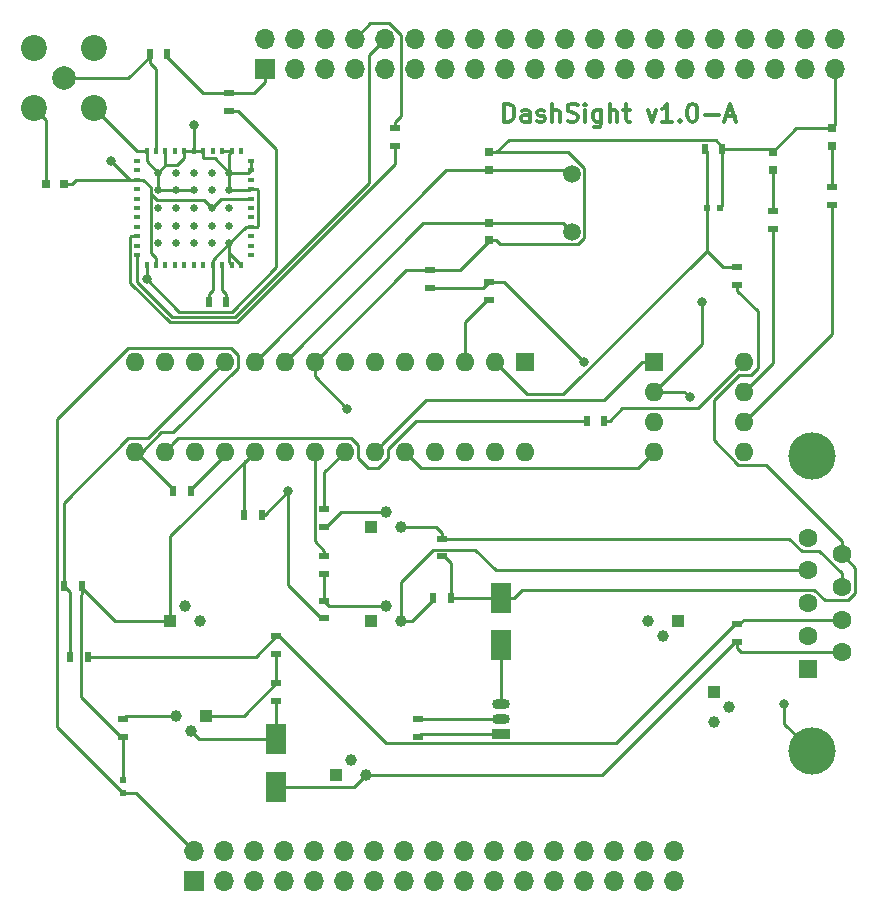
<source format=gbr>
G04 #@! TF.GenerationSoftware,KiCad,Pcbnew,(5.0.1)-3*
G04 #@! TF.CreationDate,2018-11-25T11:45:10-08:00*
G04 #@! TF.ProjectId,DashSight-Mezzanine-Card,4461736853696768742D4D657A7A616E,rev?*
G04 #@! TF.SameCoordinates,Original*
G04 #@! TF.FileFunction,Copper,L1,Top,Signal*
G04 #@! TF.FilePolarity,Positive*
%FSLAX46Y46*%
G04 Gerber Fmt 4.6, Leading zero omitted, Abs format (unit mm)*
G04 Created by KiCad (PCBNEW (5.0.1)-3) date 25/11/2018 11:45:10 AM*
%MOMM*%
%LPD*%
G01*
G04 APERTURE LIST*
G04 #@! TA.AperFunction,NonConductor*
%ADD10C,0.300000*%
G04 #@! TD*
G04 #@! TA.AperFunction,ComponentPad*
%ADD11C,4.000000*%
G04 #@! TD*
G04 #@! TA.AperFunction,ComponentPad*
%ADD12C,1.600000*%
G04 #@! TD*
G04 #@! TA.AperFunction,ComponentPad*
%ADD13R,1.600000X1.600000*%
G04 #@! TD*
G04 #@! TA.AperFunction,BGAPad,CuDef*
%ADD14C,0.650000*%
G04 #@! TD*
G04 #@! TA.AperFunction,SMDPad,CuDef*
%ADD15R,0.550000X0.390000*%
G04 #@! TD*
G04 #@! TA.AperFunction,SMDPad,CuDef*
%ADD16R,0.390000X0.550000*%
G04 #@! TD*
G04 #@! TA.AperFunction,ComponentPad*
%ADD17O,1.600000X1.600000*%
G04 #@! TD*
G04 #@! TA.AperFunction,SMDPad,CuDef*
%ADD18R,0.500000X0.600000*%
G04 #@! TD*
G04 #@! TA.AperFunction,SMDPad,CuDef*
%ADD19R,0.600000X0.500000*%
G04 #@! TD*
G04 #@! TA.AperFunction,SMDPad,CuDef*
%ADD20R,0.750000X0.800000*%
G04 #@! TD*
G04 #@! TA.AperFunction,SMDPad,CuDef*
%ADD21R,0.800000X0.750000*%
G04 #@! TD*
G04 #@! TA.AperFunction,ComponentPad*
%ADD22C,2.200000*%
G04 #@! TD*
G04 #@! TA.AperFunction,ComponentPad*
%ADD23C,2.000000*%
G04 #@! TD*
G04 #@! TA.AperFunction,ComponentPad*
%ADD24C,1.500000*%
G04 #@! TD*
G04 #@! TA.AperFunction,SMDPad,CuDef*
%ADD25R,1.800000X2.500000*%
G04 #@! TD*
G04 #@! TA.AperFunction,SMDPad,CuDef*
%ADD26R,0.500000X0.900000*%
G04 #@! TD*
G04 #@! TA.AperFunction,ComponentPad*
%ADD27R,1.700000X1.700000*%
G04 #@! TD*
G04 #@! TA.AperFunction,ComponentPad*
%ADD28O,1.700000X1.700000*%
G04 #@! TD*
G04 #@! TA.AperFunction,SMDPad,CuDef*
%ADD29R,0.900000X0.500000*%
G04 #@! TD*
G04 #@! TA.AperFunction,ComponentPad*
%ADD30O,1.500000X0.900000*%
G04 #@! TD*
G04 #@! TA.AperFunction,ComponentPad*
%ADD31R,1.500000X0.900000*%
G04 #@! TD*
G04 #@! TA.AperFunction,ComponentPad*
%ADD32C,1.000000*%
G04 #@! TD*
G04 #@! TA.AperFunction,ComponentPad*
%ADD33R,1.000000X1.000000*%
G04 #@! TD*
G04 #@! TA.AperFunction,ViaPad*
%ADD34C,0.800000*%
G04 #@! TD*
G04 #@! TA.AperFunction,Conductor*
%ADD35C,0.250000*%
G04 #@! TD*
G04 APERTURE END LIST*
D10*
X167285714Y-58678571D02*
X167285714Y-57178571D01*
X167642857Y-57178571D01*
X167857142Y-57250000D01*
X168000000Y-57392857D01*
X168071428Y-57535714D01*
X168142857Y-57821428D01*
X168142857Y-58035714D01*
X168071428Y-58321428D01*
X168000000Y-58464285D01*
X167857142Y-58607142D01*
X167642857Y-58678571D01*
X167285714Y-58678571D01*
X169428571Y-58678571D02*
X169428571Y-57892857D01*
X169357142Y-57750000D01*
X169214285Y-57678571D01*
X168928571Y-57678571D01*
X168785714Y-57750000D01*
X169428571Y-58607142D02*
X169285714Y-58678571D01*
X168928571Y-58678571D01*
X168785714Y-58607142D01*
X168714285Y-58464285D01*
X168714285Y-58321428D01*
X168785714Y-58178571D01*
X168928571Y-58107142D01*
X169285714Y-58107142D01*
X169428571Y-58035714D01*
X170071428Y-58607142D02*
X170214285Y-58678571D01*
X170500000Y-58678571D01*
X170642857Y-58607142D01*
X170714285Y-58464285D01*
X170714285Y-58392857D01*
X170642857Y-58250000D01*
X170500000Y-58178571D01*
X170285714Y-58178571D01*
X170142857Y-58107142D01*
X170071428Y-57964285D01*
X170071428Y-57892857D01*
X170142857Y-57750000D01*
X170285714Y-57678571D01*
X170500000Y-57678571D01*
X170642857Y-57750000D01*
X171357142Y-58678571D02*
X171357142Y-57178571D01*
X172000000Y-58678571D02*
X172000000Y-57892857D01*
X171928571Y-57750000D01*
X171785714Y-57678571D01*
X171571428Y-57678571D01*
X171428571Y-57750000D01*
X171357142Y-57821428D01*
X172642857Y-58607142D02*
X172857142Y-58678571D01*
X173214285Y-58678571D01*
X173357142Y-58607142D01*
X173428571Y-58535714D01*
X173500000Y-58392857D01*
X173500000Y-58250000D01*
X173428571Y-58107142D01*
X173357142Y-58035714D01*
X173214285Y-57964285D01*
X172928571Y-57892857D01*
X172785714Y-57821428D01*
X172714285Y-57750000D01*
X172642857Y-57607142D01*
X172642857Y-57464285D01*
X172714285Y-57321428D01*
X172785714Y-57250000D01*
X172928571Y-57178571D01*
X173285714Y-57178571D01*
X173500000Y-57250000D01*
X174142857Y-58678571D02*
X174142857Y-57678571D01*
X174142857Y-57178571D02*
X174071428Y-57250000D01*
X174142857Y-57321428D01*
X174214285Y-57250000D01*
X174142857Y-57178571D01*
X174142857Y-57321428D01*
X175500000Y-57678571D02*
X175500000Y-58892857D01*
X175428571Y-59035714D01*
X175357142Y-59107142D01*
X175214285Y-59178571D01*
X175000000Y-59178571D01*
X174857142Y-59107142D01*
X175500000Y-58607142D02*
X175357142Y-58678571D01*
X175071428Y-58678571D01*
X174928571Y-58607142D01*
X174857142Y-58535714D01*
X174785714Y-58392857D01*
X174785714Y-57964285D01*
X174857142Y-57821428D01*
X174928571Y-57750000D01*
X175071428Y-57678571D01*
X175357142Y-57678571D01*
X175500000Y-57750000D01*
X176214285Y-58678571D02*
X176214285Y-57178571D01*
X176857142Y-58678571D02*
X176857142Y-57892857D01*
X176785714Y-57750000D01*
X176642857Y-57678571D01*
X176428571Y-57678571D01*
X176285714Y-57750000D01*
X176214285Y-57821428D01*
X177357142Y-57678571D02*
X177928571Y-57678571D01*
X177571428Y-57178571D02*
X177571428Y-58464285D01*
X177642857Y-58607142D01*
X177785714Y-58678571D01*
X177928571Y-58678571D01*
X179428571Y-57678571D02*
X179785714Y-58678571D01*
X180142857Y-57678571D01*
X181500000Y-58678571D02*
X180642857Y-58678571D01*
X181071428Y-58678571D02*
X181071428Y-57178571D01*
X180928571Y-57392857D01*
X180785714Y-57535714D01*
X180642857Y-57607142D01*
X182142857Y-58535714D02*
X182214285Y-58607142D01*
X182142857Y-58678571D01*
X182071428Y-58607142D01*
X182142857Y-58535714D01*
X182142857Y-58678571D01*
X183142857Y-57178571D02*
X183285714Y-57178571D01*
X183428571Y-57250000D01*
X183500000Y-57321428D01*
X183571428Y-57464285D01*
X183642857Y-57750000D01*
X183642857Y-58107142D01*
X183571428Y-58392857D01*
X183500000Y-58535714D01*
X183428571Y-58607142D01*
X183285714Y-58678571D01*
X183142857Y-58678571D01*
X183000000Y-58607142D01*
X182928571Y-58535714D01*
X182857142Y-58392857D01*
X182785714Y-58107142D01*
X182785714Y-57750000D01*
X182857142Y-57464285D01*
X182928571Y-57321428D01*
X183000000Y-57250000D01*
X183142857Y-57178571D01*
X184285714Y-58107142D02*
X185428571Y-58107142D01*
X186071428Y-58250000D02*
X186785714Y-58250000D01*
X185928571Y-58678571D02*
X186428571Y-57178571D01*
X186928571Y-58678571D01*
D11*
G04 #@! TO.P,J4,0*
G04 #@! TO.N,GND*
X193300000Y-86960000D03*
X193300000Y-111960000D03*
D12*
G04 #@! TO.P,J4,9*
G04 #@! TO.N,Vbat*
X195840000Y-95305000D03*
G04 #@! TO.P,J4,8*
G04 #@! TO.N,ISO9141-2_L*
X195840000Y-98075000D03*
G04 #@! TO.P,J4,7*
G04 #@! TO.N,J1850_Bus+*
X195840000Y-100845000D03*
G04 #@! TO.P,J4,6*
G04 #@! TO.N,J1850_Bus-*
X195840000Y-103615000D03*
G04 #@! TO.P,J4,5*
G04 #@! TO.N,CAN_Low*
X193000000Y-93920000D03*
G04 #@! TO.P,J4,4*
G04 #@! TO.N,ISO9141-2_K*
X193000000Y-96690000D03*
G04 #@! TO.P,J4,3*
G04 #@! TO.N,CAN_High*
X193000000Y-99460000D03*
G04 #@! TO.P,J4,2*
G04 #@! TO.N,GND*
X193000000Y-102230000D03*
D13*
G04 #@! TO.P,J4,1*
X193000000Y-105000000D03*
G04 #@! TD*
D14*
G04 #@! TO.P,IC1,69*
G04 #@! TO.N,GND*
X144000000Y-63000000D03*
G04 #@! TO.P,IC1,68*
G04 #@! TO.N,Net-(IC1-Pad68)*
X142500000Y-63000000D03*
G04 #@! TO.P,IC1,67*
G04 #@! TO.N,Net-(IC1-Pad67)*
X141000000Y-63000000D03*
G04 #@! TO.P,IC1,66*
G04 #@! TO.N,Net-(IC1-Pad66)*
X139500000Y-63000000D03*
G04 #@! TO.P,IC1,65*
G04 #@! TO.N,GND*
X138000000Y-63000000D03*
G04 #@! TO.P,IC1,64*
X144000000Y-64500000D03*
G04 #@! TO.P,IC1,63*
G04 #@! TO.N,Net-(IC1-Pad63)*
X142500000Y-64500000D03*
G04 #@! TO.P,IC1,62*
G04 #@! TO.N,GND*
X141000000Y-64500000D03*
G04 #@! TO.P,IC1,61*
X139500000Y-64500000D03*
G04 #@! TO.P,IC1,60*
X138000000Y-64500000D03*
G04 #@! TO.P,IC1,59*
G04 #@! TO.N,Net-(IC1-Pad59)*
X144000000Y-66000000D03*
G04 #@! TO.P,IC1,58*
G04 #@! TO.N,+3V3*
X142500000Y-66000000D03*
G04 #@! TO.P,IC1,57*
G04 #@! TO.N,Net-(IC1-Pad57)*
X141000000Y-66000000D03*
G04 #@! TO.P,IC1,56*
G04 #@! TO.N,Net-(IC1-Pad56)*
X139500000Y-66000000D03*
G04 #@! TO.P,IC1,55*
G04 #@! TO.N,Net-(IC1-Pad55)*
X138000000Y-66000000D03*
G04 #@! TO.P,IC1,54*
G04 #@! TO.N,Net-(IC1-Pad54)*
X144000000Y-67500000D03*
G04 #@! TO.P,IC1,53*
G04 #@! TO.N,Net-(IC1-Pad53)*
X142500000Y-67500000D03*
G04 #@! TO.P,IC1,52*
G04 #@! TO.N,Net-(IC1-Pad52)*
X141000000Y-67500000D03*
G04 #@! TO.P,IC1,51*
G04 #@! TO.N,Net-(IC1-Pad51)*
X139500000Y-67500000D03*
G04 #@! TO.P,IC1,50*
G04 #@! TO.N,Net-(IC1-Pad50)*
X138000000Y-67500000D03*
G04 #@! TO.P,IC1,49*
G04 #@! TO.N,GND*
X144000000Y-69000000D03*
G04 #@! TO.P,IC1,48*
G04 #@! TO.N,Net-(IC1-Pad48)*
X142500000Y-69000000D03*
G04 #@! TO.P,IC1,47*
G04 #@! TO.N,Net-(IC1-Pad47)*
X141000000Y-69000000D03*
G04 #@! TO.P,IC1,46*
G04 #@! TO.N,Net-(IC1-Pad46)*
X139500000Y-69000000D03*
G04 #@! TO.P,IC1,45*
G04 #@! TO.N,Net-(IC1-Pad45)*
X138000000Y-69000000D03*
D15*
G04 #@! TO.P,IC1,44*
G04 #@! TO.N,UART2_TX*
X136200000Y-70000000D03*
G04 #@! TO.P,IC1,43*
G04 #@! TO.N,Net-(IC1-Pad43)*
X136200000Y-69200000D03*
G04 #@! TO.P,IC1,42*
G04 #@! TO.N,Net-(IC1-Pad42)*
X136200000Y-68400000D03*
G04 #@! TO.P,IC1,41*
G04 #@! TO.N,Net-(IC1-Pad41)*
X136200000Y-67600000D03*
G04 #@! TO.P,IC1,40*
G04 #@! TO.N,Net-(IC1-Pad40)*
X136200000Y-66800000D03*
G04 #@! TO.P,IC1,39*
G04 #@! TO.N,Net-(IC1-Pad39)*
X136200000Y-66000000D03*
G04 #@! TO.P,IC1,38*
G04 #@! TO.N,Net-(IC1-Pad38)*
X136200000Y-65200000D03*
G04 #@! TO.P,IC1,37*
G04 #@! TO.N,Net-(IC1-Pad37)*
X136200000Y-64400000D03*
G04 #@! TO.P,IC1,36*
G04 #@! TO.N,+3V3*
X136200000Y-63600000D03*
G04 #@! TO.P,IC1,35*
G04 #@! TO.N,Net-(IC1-Pad35)*
X136200000Y-62800000D03*
G04 #@! TO.P,IC1,34*
G04 #@! TO.N,Net-(IC1-Pad34)*
X136200000Y-62000000D03*
D16*
G04 #@! TO.P,IC1,33*
G04 #@! TO.N,GND*
X137000000Y-61200000D03*
G04 #@! TO.P,IC1,32*
G04 #@! TO.N,Net-(IC1-Pad32)*
X137800000Y-61200000D03*
G04 #@! TO.P,IC1,31*
G04 #@! TO.N,GND*
X138600000Y-61200000D03*
G04 #@! TO.P,IC1,30*
G04 #@! TO.N,Net-(IC1-Pad30)*
X139400000Y-61200000D03*
G04 #@! TO.P,IC1,29*
G04 #@! TO.N,GND*
X140200000Y-61200000D03*
G04 #@! TO.P,IC1,28*
X141000000Y-61200000D03*
G04 #@! TO.P,IC1,27*
X141800000Y-61200000D03*
G04 #@! TO.P,IC1,26*
G04 #@! TO.N,Net-(IC1-Pad26)*
X142600000Y-61200000D03*
G04 #@! TO.P,IC1,25*
G04 #@! TO.N,GND*
X143400000Y-61200000D03*
G04 #@! TO.P,IC1,24*
X144200000Y-61200000D03*
G04 #@! TO.P,IC1,23*
G04 #@! TO.N,Net-(IC1-Pad23)*
X145000000Y-61200000D03*
D15*
G04 #@! TO.P,IC1,22*
G04 #@! TO.N,GND*
X145800000Y-62000000D03*
G04 #@! TO.P,IC1,21*
X145800000Y-62800000D03*
G04 #@! TO.P,IC1,20*
G04 #@! TO.N,Net-(IC1-Pad20)*
X145800000Y-63600000D03*
G04 #@! TO.P,IC1,19*
G04 #@! TO.N,GND*
X145800000Y-64400000D03*
G04 #@! TO.P,IC1,18*
G04 #@! TO.N,+3V3*
X145800000Y-65200000D03*
G04 #@! TO.P,IC1,17*
G04 #@! TO.N,Net-(IC1-Pad17)*
X145800000Y-66000000D03*
G04 #@! TO.P,IC1,16*
G04 #@! TO.N,Net-(IC1-Pad16)*
X145800000Y-66800000D03*
G04 #@! TO.P,IC1,15*
G04 #@! TO.N,GND*
X145800000Y-67600000D03*
G04 #@! TO.P,IC1,14*
G04 #@! TO.N,Net-(IC1-Pad14)*
X145800000Y-68400000D03*
G04 #@! TO.P,IC1,13*
G04 #@! TO.N,Net-(IC1-Pad13)*
X145800000Y-69200000D03*
G04 #@! TO.P,IC1,12*
G04 #@! TO.N,Net-(IC1-Pad12)*
X145800000Y-70000000D03*
D16*
G04 #@! TO.P,IC1,11*
G04 #@! TO.N,GND*
X145000000Y-70800000D03*
G04 #@! TO.P,IC1,10*
X144200000Y-70800000D03*
G04 #@! TO.P,IC1,9*
G04 #@! TO.N,Net-(IC1-Pad9)*
X143400000Y-70800000D03*
G04 #@! TO.P,IC1,8*
G04 #@! TO.N,GND*
X142600000Y-70800000D03*
G04 #@! TO.P,IC1,7*
G04 #@! TO.N,Net-(IC1-Pad7)*
X141800000Y-70800000D03*
G04 #@! TO.P,IC1,6*
G04 #@! TO.N,Net-(IC1-Pad6)*
X141000000Y-70800000D03*
G04 #@! TO.P,IC1,5*
G04 #@! TO.N,Net-(IC1-Pad5)*
X140200000Y-70800000D03*
G04 #@! TO.P,IC1,4*
G04 #@! TO.N,Net-(IC1-Pad4)*
X139400000Y-70800000D03*
G04 #@! TO.P,IC1,3*
G04 #@! TO.N,Net-(IC1-Pad3)*
X138600000Y-70800000D03*
G04 #@! TO.P,IC1,2*
G04 #@! TO.N,+3V3*
X137800000Y-70800000D03*
G04 #@! TO.P,IC1,1*
G04 #@! TO.N,Net-(C1-Pad1)*
X137000000Y-70800000D03*
G04 #@! TD*
D13*
G04 #@! TO.P,IC2,1*
G04 #@! TO.N,+5V*
X169000000Y-79000000D03*
D17*
G04 #@! TO.P,IC2,15*
X135980000Y-86620000D03*
G04 #@! TO.P,IC2,2*
G04 #@! TO.N,Net-(C8-Pad1)*
X166460000Y-79000000D03*
G04 #@! TO.P,IC2,16*
G04 #@! TO.N,PwrCntrl*
X138520000Y-86620000D03*
G04 #@! TO.P,IC2,3*
G04 #@! TO.N,Net-(IC2-Pad3)*
X163920000Y-79000000D03*
G04 #@! TO.P,IC2,17*
G04 #@! TO.N,UART3_RX*
X141060000Y-86620000D03*
G04 #@! TO.P,IC2,4*
G04 #@! TO.N,Net-(IC2-Pad4)*
X161380000Y-79000000D03*
G04 #@! TO.P,IC2,18*
G04 #@! TO.N,Net-(D4-Pad2)*
X143600000Y-86620000D03*
G04 #@! TO.P,IC2,5*
G04 #@! TO.N,+5V*
X158840000Y-79000000D03*
G04 #@! TO.P,IC2,19*
G04 #@! TO.N,GND*
X146140000Y-86620000D03*
G04 #@! TO.P,IC2,6*
G04 #@! TO.N,+5V*
X156300000Y-79000000D03*
G04 #@! TO.P,IC2,20*
X148680000Y-86620000D03*
G04 #@! TO.P,IC2,7*
X153760000Y-79000000D03*
G04 #@! TO.P,IC2,21*
G04 #@! TO.N,Net-(IC2-Pad21)*
X151220000Y-86620000D03*
G04 #@! TO.P,IC2,8*
G04 #@! TO.N,GND*
X151220000Y-79000000D03*
G04 #@! TO.P,IC2,22*
G04 #@! TO.N,Net-(IC2-Pad22)*
X153760000Y-86620000D03*
G04 #@! TO.P,IC2,9*
G04 #@! TO.N,Net-(C6-Pad1)*
X148680000Y-79000000D03*
G04 #@! TO.P,IC2,23*
G04 #@! TO.N,CAN_TX*
X156300000Y-86620000D03*
G04 #@! TO.P,IC2,10*
G04 #@! TO.N,Net-(C7-Pad1)*
X146140000Y-79000000D03*
G04 #@! TO.P,IC2,24*
G04 #@! TO.N,CAN_RX*
X158840000Y-86620000D03*
G04 #@! TO.P,IC2,11*
G04 #@! TO.N,Net-(IC2-Pad11)*
X143600000Y-79000000D03*
G04 #@! TO.P,IC2,25*
G04 #@! TO.N,Net-(IC2-Pad25)*
X161380000Y-86620000D03*
G04 #@! TO.P,IC2,12*
G04 #@! TO.N,ELM_Pin12*
X141060000Y-79000000D03*
G04 #@! TO.P,IC2,26*
G04 #@! TO.N,Net-(IC2-Pad26)*
X163920000Y-86620000D03*
G04 #@! TO.P,IC2,13*
G04 #@! TO.N,Net-(IC2-Pad13)*
X138520000Y-79000000D03*
G04 #@! TO.P,IC2,27*
G04 #@! TO.N,Net-(IC2-Pad27)*
X166460000Y-86620000D03*
G04 #@! TO.P,IC2,14*
G04 #@! TO.N,ELM_Pin14*
X135980000Y-79000000D03*
G04 #@! TO.P,IC2,28*
G04 #@! TO.N,Net-(IC2-Pad28)*
X169000000Y-86620000D03*
G04 #@! TD*
D18*
G04 #@! TO.P,C2,1*
G04 #@! TO.N,+5V*
X135000000Y-115550000D03*
G04 #@! TO.P,C2,2*
G04 #@! TO.N,GND*
X135000000Y-114450000D03*
G04 #@! TD*
D19*
G04 #@! TO.P,C8,1*
G04 #@! TO.N,Net-(C8-Pad1)*
X184450000Y-66000000D03*
G04 #@! TO.P,C8,2*
G04 #@! TO.N,GND*
X185550000Y-66000000D03*
G04 #@! TD*
D20*
G04 #@! TO.P,C3,2*
G04 #@! TO.N,GND*
X195000000Y-59250000D03*
G04 #@! TO.P,C3,1*
G04 #@! TO.N,Net-(C3-Pad1)*
X195000000Y-60750000D03*
G04 #@! TD*
G04 #@! TO.P,C4,2*
G04 #@! TO.N,GND*
X190000000Y-61250000D03*
G04 #@! TO.P,C4,1*
G04 #@! TO.N,Net-(C4-Pad1)*
X190000000Y-62750000D03*
G04 #@! TD*
D21*
G04 #@! TO.P,C5,2*
G04 #@! TO.N,GND*
X128500000Y-64000000D03*
G04 #@! TO.P,C5,1*
G04 #@! TO.N,+3V3*
X130000000Y-64000000D03*
G04 #@! TD*
D20*
G04 #@! TO.P,C6,2*
G04 #@! TO.N,GND*
X166000000Y-68750000D03*
G04 #@! TO.P,C6,1*
G04 #@! TO.N,Net-(C6-Pad1)*
X166000000Y-67250000D03*
G04 #@! TD*
G04 #@! TO.P,C7,2*
G04 #@! TO.N,GND*
X166000000Y-61250000D03*
G04 #@! TO.P,C7,1*
G04 #@! TO.N,Net-(C7-Pad1)*
X166000000Y-62750000D03*
G04 #@! TD*
D22*
G04 #@! TO.P,J3,2*
G04 #@! TO.N,GND*
X127460000Y-57540000D03*
X127460000Y-52460000D03*
X132540000Y-52460000D03*
X132540000Y-57540000D03*
D23*
G04 #@! TO.P,J3,1*
G04 #@! TO.N,Net-(IC1-Pad32)*
X130000000Y-55000000D03*
G04 #@! TD*
D24*
G04 #@! TO.P,Y1,1*
G04 #@! TO.N,Net-(C6-Pad1)*
X173000000Y-68000000D03*
G04 #@! TO.P,Y1,2*
G04 #@! TO.N,Net-(C7-Pad1)*
X173000000Y-63120000D03*
G04 #@! TD*
D25*
G04 #@! TO.P,D2,1*
G04 #@! TO.N,J1850_Bus-*
X148000000Y-115000000D03*
G04 #@! TO.P,D2,2*
G04 #@! TO.N,Net-(D2-Pad2)*
X148000000Y-111000000D03*
G04 #@! TD*
G04 #@! TO.P,D3,1*
G04 #@! TO.N,V12*
X167000000Y-103000000D03*
G04 #@! TO.P,D3,2*
G04 #@! TO.N,Vbat*
X167000000Y-99000000D03*
G04 #@! TD*
D13*
G04 #@! TO.P,U1,1*
G04 #@! TO.N,CAN_TX*
X180000000Y-79000000D03*
D17*
G04 #@! TO.P,U1,5*
G04 #@! TO.N,Net-(U1-Pad5)*
X187620000Y-86620000D03*
G04 #@! TO.P,U1,2*
G04 #@! TO.N,GND*
X180000000Y-81540000D03*
G04 #@! TO.P,U1,6*
G04 #@! TO.N,CAN_Low*
X187620000Y-84080000D03*
G04 #@! TO.P,U1,3*
G04 #@! TO.N,+5V*
X180000000Y-84080000D03*
G04 #@! TO.P,U1,7*
G04 #@! TO.N,CAN_High*
X187620000Y-81540000D03*
G04 #@! TO.P,U1,4*
G04 #@! TO.N,CAN_RX*
X180000000Y-86620000D03*
G04 #@! TO.P,U1,8*
G04 #@! TO.N,Net-(R3-Pad1)*
X187620000Y-79000000D03*
G04 #@! TD*
D26*
G04 #@! TO.P,L1,1*
G04 #@! TO.N,Net-(IC1-Pad32)*
X137250000Y-53000000D03*
G04 #@! TO.P,L1,2*
G04 #@! TO.N,+3V3*
X138750000Y-53000000D03*
G04 #@! TD*
D27*
G04 #@! TO.P,J2,1*
G04 #@! TO.N,Net-(J2-Pad1)*
X141000000Y-123000000D03*
D28*
G04 #@! TO.P,J2,2*
G04 #@! TO.N,+5V*
X141000000Y-120460000D03*
G04 #@! TO.P,J2,3*
G04 #@! TO.N,Net-(J2-Pad3)*
X143540000Y-123000000D03*
G04 #@! TO.P,J2,4*
G04 #@! TO.N,Net-(J2-Pad4)*
X143540000Y-120460000D03*
G04 #@! TO.P,J2,5*
G04 #@! TO.N,Net-(J2-Pad5)*
X146080000Y-123000000D03*
G04 #@! TO.P,J2,6*
G04 #@! TO.N,Net-(J2-Pad6)*
X146080000Y-120460000D03*
G04 #@! TO.P,J2,7*
G04 #@! TO.N,Net-(J2-Pad7)*
X148620000Y-123000000D03*
G04 #@! TO.P,J2,8*
G04 #@! TO.N,Net-(J2-Pad8)*
X148620000Y-120460000D03*
G04 #@! TO.P,J2,9*
G04 #@! TO.N,Net-(J2-Pad9)*
X151160000Y-123000000D03*
G04 #@! TO.P,J2,10*
G04 #@! TO.N,Net-(J2-Pad10)*
X151160000Y-120460000D03*
G04 #@! TO.P,J2,11*
G04 #@! TO.N,Net-(J2-Pad11)*
X153700000Y-123000000D03*
G04 #@! TO.P,J2,12*
G04 #@! TO.N,Net-(J2-Pad12)*
X153700000Y-120460000D03*
G04 #@! TO.P,J2,13*
G04 #@! TO.N,Net-(J2-Pad13)*
X156240000Y-123000000D03*
G04 #@! TO.P,J2,14*
G04 #@! TO.N,Net-(J2-Pad14)*
X156240000Y-120460000D03*
G04 #@! TO.P,J2,15*
G04 #@! TO.N,Net-(J2-Pad15)*
X158780000Y-123000000D03*
G04 #@! TO.P,J2,16*
G04 #@! TO.N,Net-(J2-Pad16)*
X158780000Y-120460000D03*
G04 #@! TO.P,J2,17*
G04 #@! TO.N,Net-(J2-Pad17)*
X161320000Y-123000000D03*
G04 #@! TO.P,J2,18*
G04 #@! TO.N,Net-(J2-Pad18)*
X161320000Y-120460000D03*
G04 #@! TO.P,J2,19*
G04 #@! TO.N,Net-(J2-Pad19)*
X163860000Y-123000000D03*
G04 #@! TO.P,J2,20*
G04 #@! TO.N,Net-(J2-Pad20)*
X163860000Y-120460000D03*
G04 #@! TO.P,J2,21*
G04 #@! TO.N,Net-(J2-Pad21)*
X166400000Y-123000000D03*
G04 #@! TO.P,J2,22*
G04 #@! TO.N,Net-(J2-Pad22)*
X166400000Y-120460000D03*
G04 #@! TO.P,J2,23*
G04 #@! TO.N,UART3_TX*
X168940000Y-123000000D03*
G04 #@! TO.P,J2,24*
G04 #@! TO.N,UART3_RX*
X168940000Y-120460000D03*
G04 #@! TO.P,J2,25*
G04 #@! TO.N,Net-(J2-Pad25)*
X171480000Y-123000000D03*
G04 #@! TO.P,J2,26*
G04 #@! TO.N,Net-(J2-Pad26)*
X171480000Y-120460000D03*
G04 #@! TO.P,J2,27*
G04 #@! TO.N,Net-(J2-Pad27)*
X174020000Y-123000000D03*
G04 #@! TO.P,J2,28*
G04 #@! TO.N,Net-(J2-Pad28)*
X174020000Y-120460000D03*
G04 #@! TO.P,J2,29*
G04 #@! TO.N,Net-(J2-Pad29)*
X176560000Y-123000000D03*
G04 #@! TO.P,J2,30*
G04 #@! TO.N,Net-(J2-Pad30)*
X176560000Y-120460000D03*
G04 #@! TO.P,J2,31*
G04 #@! TO.N,Net-(J2-Pad31)*
X179100000Y-123000000D03*
G04 #@! TO.P,J2,32*
G04 #@! TO.N,Net-(J2-Pad32)*
X179100000Y-120460000D03*
G04 #@! TO.P,J2,33*
G04 #@! TO.N,Net-(J2-Pad33)*
X181640000Y-123000000D03*
G04 #@! TO.P,J2,34*
G04 #@! TO.N,GND*
X181640000Y-120460000D03*
G04 #@! TD*
D27*
G04 #@! TO.P,J1,1*
G04 #@! TO.N,+3V3*
X147000000Y-54250000D03*
D28*
G04 #@! TO.P,J1,2*
G04 #@! TO.N,Net-(J1-Pad2)*
X147000000Y-51710000D03*
G04 #@! TO.P,J1,3*
G04 #@! TO.N,Net-(J1-Pad3)*
X149540000Y-54250000D03*
G04 #@! TO.P,J1,4*
G04 #@! TO.N,Net-(J1-Pad4)*
X149540000Y-51710000D03*
G04 #@! TO.P,J1,5*
G04 #@! TO.N,Net-(J1-Pad5)*
X152080000Y-54250000D03*
G04 #@! TO.P,J1,6*
G04 #@! TO.N,Net-(J1-Pad6)*
X152080000Y-51710000D03*
G04 #@! TO.P,J1,7*
G04 #@! TO.N,Net-(J1-Pad7)*
X154620000Y-54250000D03*
G04 #@! TO.P,J1,8*
G04 #@! TO.N,UART2_RX*
X154620000Y-51710000D03*
G04 #@! TO.P,J1,9*
G04 #@! TO.N,Net-(J1-Pad9)*
X157160000Y-54250000D03*
G04 #@! TO.P,J1,10*
G04 #@! TO.N,UART2_TX*
X157160000Y-51710000D03*
G04 #@! TO.P,J1,11*
G04 #@! TO.N,Net-(J1-Pad11)*
X159700000Y-54250000D03*
G04 #@! TO.P,J1,12*
G04 #@! TO.N,Net-(J1-Pad12)*
X159700000Y-51710000D03*
G04 #@! TO.P,J1,13*
G04 #@! TO.N,Net-(J1-Pad13)*
X162240000Y-54250000D03*
G04 #@! TO.P,J1,14*
G04 #@! TO.N,Net-(J1-Pad14)*
X162240000Y-51710000D03*
G04 #@! TO.P,J1,15*
G04 #@! TO.N,Net-(J1-Pad15)*
X164780000Y-54250000D03*
G04 #@! TO.P,J1,16*
G04 #@! TO.N,Net-(J1-Pad16)*
X164780000Y-51710000D03*
G04 #@! TO.P,J1,17*
G04 #@! TO.N,Net-(J1-Pad17)*
X167320000Y-54250000D03*
G04 #@! TO.P,J1,18*
G04 #@! TO.N,Net-(J1-Pad18)*
X167320000Y-51710000D03*
G04 #@! TO.P,J1,19*
G04 #@! TO.N,Net-(J1-Pad19)*
X169860000Y-54250000D03*
G04 #@! TO.P,J1,20*
G04 #@! TO.N,Net-(J1-Pad20)*
X169860000Y-51710000D03*
G04 #@! TO.P,J1,21*
G04 #@! TO.N,Net-(J1-Pad21)*
X172400000Y-54250000D03*
G04 #@! TO.P,J1,22*
G04 #@! TO.N,Net-(J1-Pad22)*
X172400000Y-51710000D03*
G04 #@! TO.P,J1,23*
G04 #@! TO.N,Net-(J1-Pad23)*
X174940000Y-54250000D03*
G04 #@! TO.P,J1,24*
G04 #@! TO.N,Net-(J1-Pad24)*
X174940000Y-51710000D03*
G04 #@! TO.P,J1,25*
G04 #@! TO.N,Net-(J1-Pad25)*
X177480000Y-54250000D03*
G04 #@! TO.P,J1,26*
G04 #@! TO.N,Net-(J1-Pad26)*
X177480000Y-51710000D03*
G04 #@! TO.P,J1,27*
G04 #@! TO.N,Net-(J1-Pad27)*
X180020000Y-54250000D03*
G04 #@! TO.P,J1,28*
G04 #@! TO.N,Net-(J1-Pad28)*
X180020000Y-51710000D03*
G04 #@! TO.P,J1,29*
G04 #@! TO.N,Net-(J1-Pad29)*
X182560000Y-54250000D03*
G04 #@! TO.P,J1,30*
G04 #@! TO.N,Net-(J1-Pad30)*
X182560000Y-51710000D03*
G04 #@! TO.P,J1,31*
G04 #@! TO.N,Net-(J1-Pad31)*
X185100000Y-54250000D03*
G04 #@! TO.P,J1,32*
G04 #@! TO.N,Net-(J1-Pad32)*
X185100000Y-51710000D03*
G04 #@! TO.P,J1,33*
G04 #@! TO.N,Net-(J1-Pad33)*
X187640000Y-54250000D03*
G04 #@! TO.P,J1,34*
G04 #@! TO.N,Net-(J1-Pad34)*
X187640000Y-51710000D03*
G04 #@! TO.P,J1,35*
G04 #@! TO.N,Net-(J1-Pad35)*
X190180000Y-54250000D03*
G04 #@! TO.P,J1,36*
G04 #@! TO.N,Net-(J1-Pad36)*
X190180000Y-51710000D03*
G04 #@! TO.P,J1,37*
G04 #@! TO.N,Net-(J1-Pad37)*
X192720000Y-54250000D03*
G04 #@! TO.P,J1,38*
G04 #@! TO.N,Net-(J1-Pad38)*
X192720000Y-51710000D03*
G04 #@! TO.P,J1,39*
G04 #@! TO.N,GND*
X195260000Y-54250000D03*
G04 #@! TO.P,J1,40*
G04 #@! TO.N,Net-(J1-Pad40)*
X195260000Y-51710000D03*
G04 #@! TD*
D29*
G04 #@! TO.P,R25,1*
G04 #@! TO.N,Net-(IC2-Pad21)*
X152000000Y-95500000D03*
G04 #@! TO.P,R25,2*
G04 #@! TO.N,Net-(Q7-Pad2)*
X152000000Y-97000000D03*
G04 #@! TD*
G04 #@! TO.P,R26,1*
G04 #@! TO.N,Net-(Q7-Pad2)*
X152000000Y-99250000D03*
G04 #@! TO.P,R26,2*
G04 #@! TO.N,ELM_Pin12*
X152000000Y-100750000D03*
G04 #@! TD*
D26*
G04 #@! TO.P,R27,1*
G04 #@! TO.N,ELM_Pin12*
X146750000Y-92000000D03*
G04 #@! TO.P,R27,2*
G04 #@! TO.N,GND*
X145250000Y-92000000D03*
G04 #@! TD*
G04 #@! TO.P,R28,1*
G04 #@! TO.N,Net-(D4-Pad2)*
X140750000Y-90000000D03*
G04 #@! TO.P,R28,2*
G04 #@! TO.N,+5V*
X139250000Y-90000000D03*
G04 #@! TD*
D29*
G04 #@! TO.P,R29,1*
G04 #@! TO.N,Vbat*
X162000000Y-95500000D03*
G04 #@! TO.P,R29,2*
G04 #@! TO.N,ISO9141-2_L*
X162000000Y-94000000D03*
G04 #@! TD*
D26*
G04 #@! TO.P,R30,1*
G04 #@! TO.N,Vbat*
X162750000Y-99000000D03*
G04 #@! TO.P,R30,2*
G04 #@! TO.N,ISO9141-2_K*
X161250000Y-99000000D03*
G04 #@! TD*
D29*
G04 #@! TO.P,R1,1*
G04 #@! TO.N,+3V3*
X144000000Y-56250000D03*
G04 #@! TO.P,R1,2*
G04 #@! TO.N,Net-(C1-Pad1)*
X144000000Y-57750000D03*
G04 #@! TD*
D26*
G04 #@! TO.P,R23,1*
G04 #@! TO.N,Net-(IC2-Pad11)*
X130000000Y-98000000D03*
G04 #@! TO.P,R23,2*
G04 #@! TO.N,GND*
X131500000Y-98000000D03*
G04 #@! TD*
G04 #@! TO.P,R21,1*
G04 #@! TO.N,Net-(IC2-Pad11)*
X130500000Y-104000000D03*
G04 #@! TO.P,R21,2*
G04 #@! TO.N,J1850_Bus+*
X132000000Y-104000000D03*
G04 #@! TD*
D29*
G04 #@! TO.P,R19,1*
G04 #@! TO.N,Net-(Q3-Pad3)*
X135000000Y-109250000D03*
G04 #@! TO.P,R19,2*
G04 #@! TO.N,GND*
X135000000Y-110750000D03*
G04 #@! TD*
D26*
G04 #@! TO.P,R2,1*
G04 #@! TO.N,Net-(IC1-Pad9)*
X143750000Y-74000000D03*
G04 #@! TO.P,R2,2*
G04 #@! TO.N,GND*
X142250000Y-74000000D03*
G04 #@! TD*
D29*
G04 #@! TO.P,R18,1*
G04 #@! TO.N,J1850_Bus+*
X148000000Y-102250000D03*
G04 #@! TO.P,R18,2*
G04 #@! TO.N,Net-(Q3-Pad1)*
X148000000Y-103750000D03*
G04 #@! TD*
G04 #@! TO.P,R24,1*
G04 #@! TO.N,Net-(IC2-Pad22)*
X152000000Y-91500000D03*
G04 #@! TO.P,R24,2*
G04 #@! TO.N,Net-(Q6-Pad2)*
X152000000Y-93000000D03*
G04 #@! TD*
G04 #@! TO.P,R16,1*
G04 #@! TO.N,Net-(R13-Pad2)*
X161000000Y-72750000D03*
G04 #@! TO.P,R16,2*
G04 #@! TO.N,GND*
X161000000Y-71250000D03*
G04 #@! TD*
G04 #@! TO.P,R15,1*
G04 #@! TO.N,Net-(IC2-Pad3)*
X166000000Y-73750000D03*
G04 #@! TO.P,R15,2*
G04 #@! TO.N,Net-(R13-Pad2)*
X166000000Y-72250000D03*
G04 #@! TD*
D26*
G04 #@! TO.P,R3,1*
G04 #@! TO.N,Net-(R3-Pad1)*
X175750000Y-84000000D03*
G04 #@! TO.P,R3,2*
G04 #@! TO.N,PwrCntrl*
X174250000Y-84000000D03*
G04 #@! TD*
G04 #@! TO.P,R12,1*
G04 #@! TO.N,Net-(C8-Pad1)*
X184250000Y-61000000D03*
G04 #@! TO.P,R12,2*
G04 #@! TO.N,GND*
X185750000Y-61000000D03*
G04 #@! TD*
D29*
G04 #@! TO.P,R11,1*
G04 #@! TO.N,Vbat*
X187000000Y-72500000D03*
G04 #@! TO.P,R11,2*
G04 #@! TO.N,Net-(C8-Pad1)*
X187000000Y-71000000D03*
G04 #@! TD*
G04 #@! TO.P,R10,1*
G04 #@! TO.N,J1850_Bus+*
X187000000Y-101250000D03*
G04 #@! TO.P,R10,2*
G04 #@! TO.N,J1850_Bus-*
X187000000Y-102750000D03*
G04 #@! TD*
G04 #@! TO.P,R6,1*
G04 #@! TO.N,CAN_High*
X190000000Y-67750000D03*
G04 #@! TO.P,R6,2*
G04 #@! TO.N,Net-(C4-Pad1)*
X190000000Y-66250000D03*
G04 #@! TD*
G04 #@! TO.P,R5,1*
G04 #@! TO.N,CAN_Low*
X195000000Y-65750000D03*
G04 #@! TO.P,R5,2*
G04 #@! TO.N,Net-(C3-Pad1)*
X195000000Y-64250000D03*
G04 #@! TD*
G04 #@! TO.P,R4,1*
G04 #@! TO.N,UART2_RX*
X158000000Y-59250000D03*
G04 #@! TO.P,R4,2*
G04 #@! TO.N,Net-(IC1-Pad42)*
X158000000Y-60750000D03*
G04 #@! TD*
G04 #@! TO.P,R14,1*
G04 #@! TO.N,Net-(D2-Pad2)*
X148000000Y-107750000D03*
G04 #@! TO.P,R14,2*
G04 #@! TO.N,Net-(Q3-Pad1)*
X148000000Y-106250000D03*
G04 #@! TD*
G04 #@! TO.P,R8,1*
G04 #@! TO.N,Net-(Q2-Pad1)*
X160000000Y-109250000D03*
G04 #@! TO.P,R8,2*
G04 #@! TO.N,Net-(R13-Pad1)*
X160000000Y-110750000D03*
G04 #@! TD*
D30*
G04 #@! TO.P,U2,2*
G04 #@! TO.N,Net-(Q2-Pad1)*
X167000000Y-109270000D03*
G04 #@! TO.P,U2,3*
G04 #@! TO.N,V12*
X167000000Y-108000000D03*
D31*
G04 #@! TO.P,U2,1*
G04 #@! TO.N,Net-(R13-Pad1)*
X167000000Y-110540000D03*
G04 #@! TD*
D32*
G04 #@! TO.P,Q6,2*
G04 #@! TO.N,Net-(Q6-Pad2)*
X157270000Y-91730000D03*
G04 #@! TO.P,Q6,3*
G04 #@! TO.N,ISO9141-2_L*
X158540000Y-93000000D03*
D33*
G04 #@! TO.P,Q6,1*
G04 #@! TO.N,GND*
X156000000Y-93000000D03*
G04 #@! TD*
D32*
G04 #@! TO.P,Q7,2*
G04 #@! TO.N,Net-(Q7-Pad2)*
X157270000Y-99730000D03*
G04 #@! TO.P,Q7,3*
G04 #@! TO.N,ISO9141-2_K*
X158540000Y-101000000D03*
D33*
G04 #@! TO.P,Q7,1*
G04 #@! TO.N,GND*
X156000000Y-101000000D03*
G04 #@! TD*
D32*
G04 #@! TO.P,Q1,2*
G04 #@! TO.N,Net-(Q1-Pad2)*
X154270000Y-112730000D03*
G04 #@! TO.P,Q1,3*
G04 #@! TO.N,J1850_Bus-*
X155540000Y-114000000D03*
D33*
G04 #@! TO.P,Q1,1*
G04 #@! TO.N,GND*
X153000000Y-114000000D03*
G04 #@! TD*
D32*
G04 #@! TO.P,Q2,2*
G04 #@! TO.N,Net-(Q2-Pad2)*
X186270000Y-108270000D03*
G04 #@! TO.P,Q2,3*
G04 #@! TO.N,Net-(D1-Pad2)*
X185000000Y-109540000D03*
D33*
G04 #@! TO.P,Q2,1*
G04 #@! TO.N,Net-(Q2-Pad1)*
X185000000Y-107000000D03*
G04 #@! TD*
D32*
G04 #@! TO.P,Q3,2*
G04 #@! TO.N,Net-(D2-Pad2)*
X140730000Y-110270000D03*
G04 #@! TO.P,Q3,3*
G04 #@! TO.N,Net-(Q3-Pad3)*
X139460000Y-109000000D03*
D33*
G04 #@! TO.P,Q3,1*
G04 #@! TO.N,Net-(Q3-Pad1)*
X142000000Y-109000000D03*
G04 #@! TD*
D32*
G04 #@! TO.P,Q4,2*
G04 #@! TO.N,Net-(Q4-Pad2)*
X180730000Y-102270000D03*
G04 #@! TO.P,Q4,3*
G04 #@! TO.N,Net-(Q4-Pad3)*
X179460000Y-101000000D03*
D33*
G04 #@! TO.P,Q4,1*
G04 #@! TO.N,GND*
X182000000Y-101000000D03*
G04 #@! TD*
D32*
G04 #@! TO.P,Q5,2*
G04 #@! TO.N,Net-(Q3-Pad3)*
X140270000Y-99730000D03*
G04 #@! TO.P,Q5,3*
G04 #@! TO.N,Net-(IC2-Pad13)*
X141540000Y-101000000D03*
D33*
G04 #@! TO.P,Q5,1*
G04 #@! TO.N,GND*
X139000000Y-101000000D03*
G04 #@! TD*
D34*
G04 #@! TO.N,GND*
X141000000Y-59000000D03*
X184000000Y-74000000D03*
X183000000Y-82000000D03*
X154000000Y-83000000D03*
X191000000Y-108000000D03*
G04 #@! TO.N,Net-(R13-Pad2)*
X174000000Y-79000000D03*
G04 #@! TO.N,+3V3*
X134000000Y-62000000D03*
G04 #@! TO.N,Net-(C1-Pad1)*
X137000000Y-72000000D03*
G04 #@! TO.N,ELM_Pin12*
X149000000Y-90000000D03*
G04 #@! TD*
D35*
G04 #@! TO.N,GND*
X135000000Y-110750000D02*
X135000000Y-114450000D01*
X134800000Y-110750000D02*
X135000000Y-110750000D01*
X131424999Y-107374999D02*
X134800000Y-110750000D01*
X131424999Y-98775001D02*
X131424999Y-107374999D01*
X131500000Y-98700000D02*
X131424999Y-98775001D01*
X131500000Y-98000000D02*
X131500000Y-98700000D01*
X166000000Y-68775000D02*
X166000000Y-68750000D01*
X163525000Y-71250000D02*
X166000000Y-68775000D01*
X161000000Y-71250000D02*
X163525000Y-71250000D01*
X185750000Y-65800000D02*
X185550000Y-66000000D01*
X185750000Y-61000000D02*
X185750000Y-65800000D01*
X189750000Y-61000000D02*
X190000000Y-61250000D01*
X185750000Y-61000000D02*
X189750000Y-61000000D01*
X194375000Y-59250000D02*
X195000000Y-59250000D01*
X191975000Y-59250000D02*
X194375000Y-59250000D01*
X190000000Y-61225000D02*
X191975000Y-59250000D01*
X190000000Y-61250000D02*
X190000000Y-61225000D01*
X136200000Y-61200000D02*
X132540000Y-57540000D01*
X137000000Y-61200000D02*
X136200000Y-61200000D01*
X142600000Y-71325000D02*
X142600000Y-70800000D01*
X142600000Y-72950000D02*
X142600000Y-71325000D01*
X142250000Y-73300000D02*
X142600000Y-72950000D01*
X142250000Y-74000000D02*
X142250000Y-73300000D01*
X158970000Y-71250000D02*
X151220000Y-79000000D01*
X161000000Y-71250000D02*
X158970000Y-71250000D01*
X128500000Y-58580000D02*
X127460000Y-57540000D01*
X128500000Y-64000000D02*
X128500000Y-58580000D01*
X195260000Y-58990000D02*
X195000000Y-59250000D01*
X195260000Y-54250000D02*
X195260000Y-58990000D01*
X138000000Y-64500000D02*
X139500000Y-64500000D01*
X139500000Y-64500000D02*
X141000000Y-64500000D01*
X138000000Y-64500000D02*
X138000000Y-63000000D01*
X138600000Y-62400000D02*
X138600000Y-61200000D01*
X138000000Y-63000000D02*
X138600000Y-62400000D01*
X137000000Y-62000000D02*
X137000000Y-61200000D01*
X138000000Y-63000000D02*
X137000000Y-62000000D01*
X144000000Y-64500000D02*
X144000000Y-63000000D01*
X145700000Y-64500000D02*
X145800000Y-64400000D01*
X144000000Y-64500000D02*
X145700000Y-64500000D01*
X146325000Y-67600000D02*
X145800000Y-67600000D01*
X146400001Y-67524999D02*
X146325000Y-67600000D01*
X146400001Y-64475001D02*
X146400001Y-67524999D01*
X146325000Y-64400000D02*
X146400001Y-64475001D01*
X145800000Y-64400000D02*
X146325000Y-64400000D01*
X145400000Y-67600000D02*
X144000000Y-69000000D01*
X145800000Y-67600000D02*
X145400000Y-67600000D01*
X142600000Y-70400000D02*
X142600000Y-70800000D01*
X144000000Y-69000000D02*
X142600000Y-70400000D01*
X144000000Y-70600000D02*
X144200000Y-70800000D01*
X144000000Y-69000000D02*
X144000000Y-70600000D01*
X144000000Y-69800000D02*
X145000000Y-70800000D01*
X144000000Y-69000000D02*
X144000000Y-69800000D01*
X145600000Y-63000000D02*
X145800000Y-62800000D01*
X144000000Y-63000000D02*
X145600000Y-63000000D01*
X145800000Y-62000000D02*
X145800000Y-62800000D01*
X144000000Y-61400000D02*
X144200000Y-61200000D01*
X144000000Y-63000000D02*
X144000000Y-61400000D01*
X144200000Y-61200000D02*
X143400000Y-61200000D01*
X141800000Y-61200000D02*
X141000000Y-61200000D01*
X141000000Y-61200000D02*
X140200000Y-61200000D01*
X138650001Y-62349999D02*
X138600000Y-62400000D01*
X139575001Y-62349999D02*
X138650001Y-62349999D01*
X140200000Y-61725000D02*
X139575001Y-62349999D01*
X140200000Y-61200000D02*
X140200000Y-61725000D01*
X138250000Y-101000000D02*
X139000000Y-101000000D01*
X134300000Y-101000000D02*
X138250000Y-101000000D01*
X131500000Y-98200000D02*
X134300000Y-101000000D01*
X131500000Y-98000000D02*
X131500000Y-98200000D01*
X139000000Y-93760000D02*
X139000000Y-101000000D01*
X146140000Y-86620000D02*
X139000000Y-93760000D01*
X141800000Y-61725000D02*
X141800000Y-61200000D01*
X141875001Y-61800001D02*
X141800000Y-61725000D01*
X142800001Y-61800001D02*
X141875001Y-61800001D01*
X144000000Y-63000000D02*
X142800001Y-61800001D01*
X141000000Y-61200000D02*
X141000000Y-59000000D01*
X185750000Y-60800000D02*
X185750000Y-61000000D01*
X185174999Y-60224999D02*
X185750000Y-60800000D01*
X167650001Y-60224999D02*
X185174999Y-60224999D01*
X166625000Y-61250000D02*
X167650001Y-60224999D01*
X145250000Y-87510000D02*
X146140000Y-86620000D01*
X145250000Y-92000000D02*
X145250000Y-87510000D01*
X184000000Y-77540000D02*
X184000000Y-74000000D01*
X180000000Y-81540000D02*
X184000000Y-77540000D01*
X182540000Y-81540000D02*
X183000000Y-82000000D01*
X180000000Y-81540000D02*
X182540000Y-81540000D01*
X151220000Y-80220000D02*
X154000000Y-83000000D01*
X151220000Y-79000000D02*
X151220000Y-80220000D01*
X166625000Y-61250000D02*
X166000000Y-61250000D01*
X172721002Y-61250000D02*
X166625000Y-61250000D01*
X174075001Y-62603999D02*
X172721002Y-61250000D01*
X174075001Y-68516001D02*
X174075001Y-62603999D01*
X173516001Y-69075001D02*
X174075001Y-68516001D01*
X166950001Y-69075001D02*
X173516001Y-69075001D01*
X166625000Y-68750000D02*
X166950001Y-69075001D01*
X166000000Y-68750000D02*
X166625000Y-68750000D01*
X191000000Y-109660000D02*
X193300000Y-111960000D01*
X191000000Y-108000000D02*
X191000000Y-109660000D01*
G04 #@! TO.N,Net-(Q3-Pad3)*
X135250000Y-109000000D02*
X135000000Y-109250000D01*
X139460000Y-109000000D02*
X135250000Y-109000000D01*
G04 #@! TO.N,Net-(Q3-Pad1)*
X148000000Y-106250000D02*
X148000000Y-103750000D01*
X145250000Y-109000000D02*
X148000000Y-106250000D01*
X142000000Y-109000000D02*
X145250000Y-109000000D01*
G04 #@! TO.N,Net-(D2-Pad2)*
X148000000Y-111000000D02*
X148000000Y-107750000D01*
X141460000Y-111000000D02*
X140730000Y-110270000D01*
X148000000Y-111000000D02*
X141460000Y-111000000D01*
G04 #@! TO.N,Net-(Q2-Pad1)*
X160020000Y-109270000D02*
X160000000Y-109250000D01*
X167000000Y-109270000D02*
X160020000Y-109270000D01*
G04 #@! TO.N,J1850_Bus-*
X154540000Y-115000000D02*
X155540000Y-114000000D01*
X148000000Y-115000000D02*
X154540000Y-115000000D01*
X187000000Y-103250000D02*
X187000000Y-102750000D01*
X187365000Y-103615000D02*
X187000000Y-103250000D01*
X195840000Y-103615000D02*
X187365000Y-103615000D01*
X156247106Y-114000000D02*
X155540000Y-114000000D01*
X175550000Y-114000000D02*
X156247106Y-114000000D01*
X186800000Y-102750000D02*
X175550000Y-114000000D01*
X187000000Y-102750000D02*
X186800000Y-102750000D01*
G04 #@! TO.N,Net-(Q7-Pad2)*
X152000000Y-97000000D02*
X152000000Y-99250000D01*
X152480000Y-99730000D02*
X152000000Y-99250000D01*
X157270000Y-99730000D02*
X152480000Y-99730000D01*
G04 #@! TO.N,ISO9141-2_K*
X161250000Y-99200000D02*
X161250000Y-99000000D01*
X159450000Y-101000000D02*
X161250000Y-99200000D01*
X158540000Y-101000000D02*
X159450000Y-101000000D01*
X158540000Y-100292894D02*
X158540000Y-101000000D01*
X158540000Y-97674998D02*
X158540000Y-100292894D01*
X161289999Y-94924999D02*
X158540000Y-97674998D01*
X164809997Y-94924999D02*
X161289999Y-94924999D01*
X166574998Y-96690000D02*
X164809997Y-94924999D01*
X193000000Y-96690000D02*
X166574998Y-96690000D01*
G04 #@! TO.N,ISO9141-2_L*
X162000000Y-93500000D02*
X162000000Y-94000000D01*
X161500000Y-93000000D02*
X162000000Y-93500000D01*
X158540000Y-93000000D02*
X161500000Y-93000000D01*
X195840000Y-96943630D02*
X195840000Y-98075000D01*
X193941371Y-95045001D02*
X195840000Y-96943630D01*
X192459999Y-95045001D02*
X193941371Y-95045001D01*
X191414998Y-94000000D02*
X192459999Y-95045001D01*
X162000000Y-94000000D02*
X191414998Y-94000000D01*
G04 #@! TO.N,Net-(Q6-Pad2)*
X156562894Y-91730000D02*
X157270000Y-91730000D01*
X153470000Y-91730000D02*
X156562894Y-91730000D01*
X152200000Y-93000000D02*
X153470000Y-91730000D01*
X152000000Y-93000000D02*
X152200000Y-93000000D01*
G04 #@! TO.N,Net-(R13-Pad1)*
X160210000Y-110540000D02*
X160000000Y-110750000D01*
X167000000Y-110540000D02*
X160210000Y-110540000D01*
G04 #@! TO.N,V12*
X167000000Y-103000000D02*
X167000000Y-108000000D01*
G04 #@! TO.N,Net-(IC1-Pad42)*
X135675000Y-68400000D02*
X136200000Y-68400000D01*
X135599999Y-72309411D02*
X135599999Y-68475001D01*
X135599999Y-68475001D02*
X135675000Y-68400000D01*
X138965608Y-75675020D02*
X135599999Y-72309411D01*
X144632801Y-75675019D02*
X138965608Y-75675020D01*
X158000000Y-62307822D02*
X144632801Y-75675019D01*
X158000000Y-60750000D02*
X158000000Y-62307822D01*
G04 #@! TO.N,UART2_RX*
X158000000Y-58750000D02*
X158000000Y-59250000D01*
X158524999Y-58225001D02*
X158000000Y-58750000D01*
X158524999Y-51335997D02*
X158524999Y-58225001D01*
X157564012Y-50375010D02*
X158524999Y-51335997D01*
X155954990Y-50375010D02*
X157564012Y-50375010D01*
X154620000Y-51710000D02*
X155954990Y-50375010D01*
G04 #@! TO.N,CAN_Low*
X195000000Y-76700000D02*
X187620000Y-84080000D01*
X195000000Y-65750000D02*
X195000000Y-76700000D01*
G04 #@! TO.N,Net-(C3-Pad1)*
X195000000Y-60750000D02*
X195000000Y-64250000D01*
G04 #@! TO.N,Net-(C4-Pad1)*
X190000000Y-62750000D02*
X190000000Y-66250000D01*
G04 #@! TO.N,CAN_High*
X190000000Y-79160000D02*
X187620000Y-81540000D01*
X190000000Y-67750000D02*
X190000000Y-79160000D01*
G04 #@! TO.N,J1850_Bus+*
X146250000Y-104000000D02*
X148000000Y-102250000D01*
X132000000Y-104000000D02*
X146250000Y-104000000D01*
X194708630Y-100845000D02*
X195840000Y-100845000D01*
X187605000Y-100845000D02*
X194708630Y-100845000D01*
X187200000Y-101250000D02*
X187605000Y-100845000D01*
X187000000Y-101250000D02*
X187200000Y-101250000D01*
X186800000Y-101250000D02*
X187000000Y-101250000D01*
X176724999Y-111325001D02*
X186800000Y-101250000D01*
X157275001Y-111325001D02*
X176724999Y-111325001D01*
X148200000Y-102250000D02*
X157275001Y-111325001D01*
X148000000Y-102250000D02*
X148200000Y-102250000D01*
G04 #@! TO.N,Vbat*
X162750000Y-98300000D02*
X162750000Y-99000000D01*
X162750000Y-96050000D02*
X162750000Y-98300000D01*
X162200000Y-95500000D02*
X162750000Y-96050000D01*
X162000000Y-95500000D02*
X162200000Y-95500000D01*
X162750000Y-99000000D02*
X167000000Y-99000000D01*
X168150000Y-99000000D02*
X167000000Y-99000000D01*
X168815001Y-98334999D02*
X168150000Y-99000000D01*
X193540001Y-98334999D02*
X168815001Y-98334999D01*
X194405003Y-99200001D02*
X193540001Y-98334999D01*
X196380001Y-99200001D02*
X194405003Y-99200001D01*
X197000000Y-98580002D02*
X196380001Y-99200001D01*
X197000000Y-96465000D02*
X197000000Y-98580002D01*
X195840000Y-95305000D02*
X197000000Y-96465000D01*
X187000000Y-73000000D02*
X187000000Y-72500000D01*
X188745001Y-79540001D02*
X188745001Y-74745001D01*
X187131409Y-80125001D02*
X188160001Y-80125001D01*
X185000000Y-82256410D02*
X187131409Y-80125001D01*
X188160001Y-80125001D02*
X188745001Y-79540001D01*
X185000000Y-85665002D02*
X185000000Y-82256410D01*
X187079999Y-87745001D02*
X185000000Y-85665002D01*
X189411371Y-87745001D02*
X187079999Y-87745001D01*
X188745001Y-74745001D02*
X187000000Y-73000000D01*
X195840000Y-94173630D02*
X189411371Y-87745001D01*
X195840000Y-95305000D02*
X195840000Y-94173630D01*
G04 #@! TO.N,Net-(C8-Pad1)*
X184450000Y-66500000D02*
X184450000Y-66000000D01*
X184450000Y-69623002D02*
X184450000Y-66500000D01*
X172298013Y-81774989D02*
X184450000Y-69623002D01*
X169234989Y-81774989D02*
X172298013Y-81774989D01*
X166460000Y-79000000D02*
X169234989Y-81774989D01*
X184450000Y-61200000D02*
X184250000Y-61000000D01*
X184450000Y-66000000D02*
X184450000Y-61200000D01*
X185826998Y-71000000D02*
X184450000Y-69623002D01*
X187000000Y-71000000D02*
X185826998Y-71000000D01*
G04 #@! TO.N,Net-(R13-Pad2)*
X165500000Y-72750000D02*
X166000000Y-72250000D01*
X161000000Y-72750000D02*
X165500000Y-72750000D01*
X167250000Y-72250000D02*
X174000000Y-79000000D01*
X166000000Y-72250000D02*
X167250000Y-72250000D01*
G04 #@! TO.N,PwrCntrl*
X139319999Y-85820001D02*
X138520000Y-86620000D01*
X139645001Y-85494999D02*
X139319999Y-85820001D01*
X154300001Y-85494999D02*
X139645001Y-85494999D01*
X154885001Y-86079999D02*
X154300001Y-85494999D01*
X154885001Y-87160001D02*
X154885001Y-86079999D01*
X156585002Y-88000000D02*
X155725000Y-88000000D01*
X157425001Y-87160001D02*
X156585002Y-88000000D01*
X157425001Y-86369997D02*
X157425001Y-87160001D01*
X159794998Y-84000000D02*
X157425001Y-86369997D01*
X155725000Y-88000000D02*
X154885001Y-87160001D01*
X174250000Y-84000000D02*
X159794998Y-84000000D01*
G04 #@! TO.N,Net-(R3-Pad1)*
X176250000Y-84000000D02*
X175750000Y-84000000D01*
X177295001Y-82954999D02*
X176250000Y-84000000D01*
X183665001Y-82954999D02*
X177295001Y-82954999D01*
X187620000Y-79000000D02*
X183665001Y-82954999D01*
G04 #@! TO.N,Net-(IC2-Pad3)*
X163920000Y-77868630D02*
X163920000Y-79000000D01*
X163920000Y-75630000D02*
X163920000Y-77868630D01*
X165800000Y-73750000D02*
X163920000Y-75630000D01*
X166000000Y-73750000D02*
X165800000Y-73750000D01*
G04 #@! TO.N,+5V*
X136090000Y-115550000D02*
X141000000Y-120460000D01*
X135000000Y-115550000D02*
X136090000Y-115550000D01*
X136070000Y-86620000D02*
X135980000Y-86620000D01*
X139250000Y-89800000D02*
X136070000Y-86620000D01*
X139250000Y-90000000D02*
X139250000Y-89800000D01*
X136616410Y-86620000D02*
X135980000Y-86620000D01*
X138236410Y-85000000D02*
X136616410Y-86620000D01*
X139265002Y-85000000D02*
X138236410Y-85000000D01*
X144725001Y-79540001D02*
X139265002Y-85000000D01*
X144725001Y-78459999D02*
X144725001Y-79540001D01*
X144140001Y-77874999D02*
X144725001Y-78459999D01*
X135439999Y-77874999D02*
X144140001Y-77874999D01*
X129424999Y-83889999D02*
X135439999Y-77874999D01*
X129424999Y-109924999D02*
X129424999Y-83889999D01*
X135000000Y-115500000D02*
X129424999Y-109924999D01*
X135000000Y-115550000D02*
X135000000Y-115500000D01*
G04 #@! TO.N,Net-(IC2-Pad22)*
X152000000Y-88380000D02*
X153760000Y-86620000D01*
X152000000Y-91500000D02*
X152000000Y-88380000D01*
G04 #@! TO.N,Net-(IC1-Pad9)*
X143400000Y-71325000D02*
X143400000Y-70800000D01*
X143400000Y-72950000D02*
X143400000Y-71325000D01*
X143750000Y-73300000D02*
X143400000Y-72950000D01*
X143750000Y-74000000D02*
X143750000Y-73300000D01*
G04 #@! TO.N,Net-(IC2-Pad11)*
X130500000Y-98500000D02*
X130000000Y-98000000D01*
X130500000Y-104000000D02*
X130500000Y-98500000D01*
X142800001Y-79799999D02*
X143600000Y-79000000D01*
X137105001Y-85494999D02*
X142800001Y-79799999D01*
X135439999Y-85494999D02*
X137105001Y-85494999D01*
X130000000Y-90934998D02*
X135439999Y-85494999D01*
X130000000Y-98000000D02*
X130000000Y-90934998D01*
G04 #@! TO.N,+3V3*
X138750000Y-53200000D02*
X138750000Y-53000000D01*
X141800000Y-56250000D02*
X138750000Y-53200000D01*
X144000000Y-56250000D02*
X141800000Y-56250000D01*
X135675000Y-63600000D02*
X136200000Y-63600000D01*
X131050000Y-63600000D02*
X135675000Y-63600000D01*
X130650000Y-64000000D02*
X131050000Y-63600000D01*
X130000000Y-64000000D02*
X130650000Y-64000000D01*
X144700000Y-56250000D02*
X144000000Y-56250000D01*
X146100000Y-56250000D02*
X144700000Y-56250000D01*
X147000000Y-55350000D02*
X146100000Y-56250000D01*
X147000000Y-54250000D02*
X147000000Y-55350000D01*
X142175001Y-65675001D02*
X142500000Y-66000000D01*
X141849999Y-65349999D02*
X142175001Y-65675001D01*
X137349999Y-64812001D02*
X137887997Y-65349999D01*
X137887997Y-65349999D02*
X141849999Y-65349999D01*
X137349999Y-64224999D02*
X137349999Y-64812001D01*
X136725000Y-63600000D02*
X137349999Y-64224999D01*
X136200000Y-63600000D02*
X136725000Y-63600000D01*
X143300000Y-65200000D02*
X142500000Y-66000000D01*
X145800000Y-65200000D02*
X143300000Y-65200000D01*
X137800000Y-70275000D02*
X137800000Y-70800000D01*
X137349999Y-69824999D02*
X137800000Y-70275000D01*
X137349999Y-64812001D02*
X137349999Y-69824999D01*
X135600000Y-63600000D02*
X134000000Y-62000000D01*
X136200000Y-63600000D02*
X135600000Y-63600000D01*
G04 #@! TO.N,Net-(C1-Pad1)*
X137000000Y-70800000D02*
X137000000Y-72000000D01*
X144750000Y-57750000D02*
X144000000Y-57750000D01*
X148000000Y-61000000D02*
X144750000Y-57750000D01*
X148000000Y-71035002D02*
X148000000Y-61000000D01*
X144260001Y-74775001D02*
X148000000Y-71035002D01*
X137000000Y-72000000D02*
X139775001Y-74775001D01*
X139775001Y-74775001D02*
X144260001Y-74775001D01*
G04 #@! TO.N,Net-(D4-Pad2)*
X143600000Y-86950000D02*
X143600000Y-86620000D01*
X140750000Y-89800000D02*
X143600000Y-86950000D01*
X140750000Y-90000000D02*
X140750000Y-89800000D01*
G04 #@! TO.N,ELM_Pin12*
X149000000Y-90565685D02*
X149000000Y-90000000D01*
X149000000Y-97950000D02*
X149000000Y-90565685D01*
X151800000Y-100750000D02*
X149000000Y-97950000D01*
X152000000Y-100750000D02*
X151800000Y-100750000D01*
X147000000Y-92000000D02*
X146750000Y-92000000D01*
X149000000Y-90000000D02*
X147000000Y-92000000D01*
G04 #@! TO.N,Net-(IC2-Pad21)*
X151220000Y-87751370D02*
X151220000Y-86620000D01*
X151220000Y-94220000D02*
X151220000Y-87751370D01*
X152000000Y-95000000D02*
X151220000Y-94220000D01*
X152000000Y-95500000D02*
X152000000Y-95000000D01*
G04 #@! TO.N,UART2_TX*
X156310001Y-52559999D02*
X157160000Y-51710000D01*
X155795001Y-53074999D02*
X156310001Y-52559999D01*
X155795001Y-63876411D02*
X155795001Y-53074999D01*
X144446402Y-75225010D02*
X155795001Y-63876411D01*
X139152009Y-75225011D02*
X144446402Y-75225010D01*
X136200000Y-72273002D02*
X139152009Y-75225011D01*
X136200000Y-70000000D02*
X136200000Y-72273002D01*
G04 #@! TO.N,Net-(IC1-Pad32)*
X137250000Y-53200000D02*
X137250000Y-53000000D01*
X135450000Y-55000000D02*
X137250000Y-53200000D01*
X130000000Y-55000000D02*
X135450000Y-55000000D01*
X137800000Y-60675000D02*
X137800000Y-61200000D01*
X137800000Y-54250000D02*
X137800000Y-60675000D01*
X137250000Y-53700000D02*
X137800000Y-54250000D01*
X137250000Y-53000000D02*
X137250000Y-53700000D01*
G04 #@! TO.N,CAN_RX*
X159639999Y-87419999D02*
X158840000Y-86620000D01*
X160220000Y-88000000D02*
X159639999Y-87419999D01*
X178620000Y-88000000D02*
X160220000Y-88000000D01*
X180000000Y-86620000D02*
X178620000Y-88000000D01*
G04 #@! TO.N,CAN_TX*
X157099999Y-85820001D02*
X156300000Y-86620000D01*
X160695001Y-82224999D02*
X157099999Y-85820001D01*
X175725001Y-82224999D02*
X160695001Y-82224999D01*
X178950000Y-79000000D02*
X175725001Y-82224999D01*
X180000000Y-79000000D02*
X178950000Y-79000000D01*
G04 #@! TO.N,Net-(C7-Pad1)*
X162390000Y-62750000D02*
X146140000Y-79000000D01*
X166000000Y-62750000D02*
X162390000Y-62750000D01*
X172630000Y-62750000D02*
X173000000Y-63120000D01*
X166000000Y-62750000D02*
X172630000Y-62750000D01*
G04 #@! TO.N,Net-(C6-Pad1)*
X160430000Y-67250000D02*
X148680000Y-79000000D01*
X166000000Y-67250000D02*
X160430000Y-67250000D01*
X172250001Y-67250001D02*
X173000000Y-68000000D01*
X166000000Y-67250000D02*
X172250001Y-67250001D01*
G04 #@! TD*
M02*

</source>
